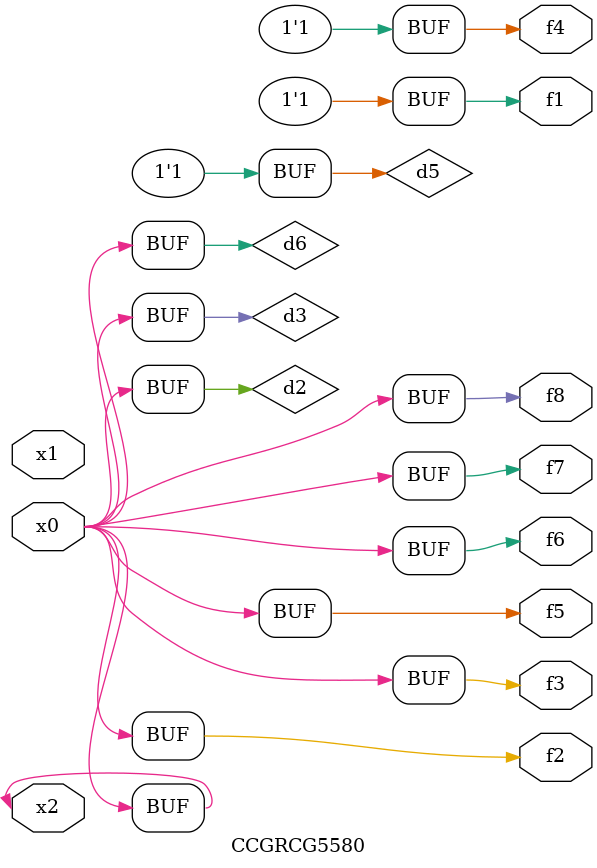
<source format=v>
module CCGRCG5580(
	input x0, x1, x2,
	output f1, f2, f3, f4, f5, f6, f7, f8
);

	wire d1, d2, d3, d4, d5, d6;

	xnor (d1, x2);
	buf (d2, x0, x2);
	and (d3, x0);
	xnor (d4, x1, x2);
	nand (d5, d1, d3);
	buf (d6, d2, d3);
	assign f1 = d5;
	assign f2 = d6;
	assign f3 = d6;
	assign f4 = d5;
	assign f5 = d6;
	assign f6 = d6;
	assign f7 = d6;
	assign f8 = d6;
endmodule

</source>
